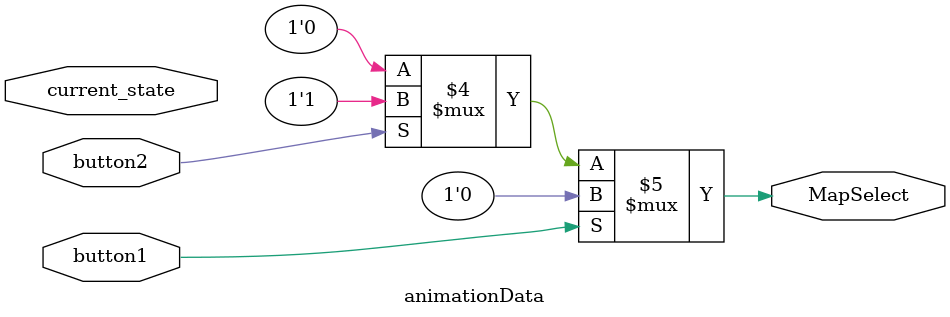
<source format=v>
module animationData(
  input [5:0]current_state,
  input button1, button2,
  output reg MapSelect
  );

    
    //Mapselect
    always @(*) begin
      MapSelect = (button1) ? ((!button2)?1'b0 : 1'b0) : ((button2)? 1'b1: 1'b0); //if both pressed, map1, if none pressed map1
    end
endmodule

</source>
